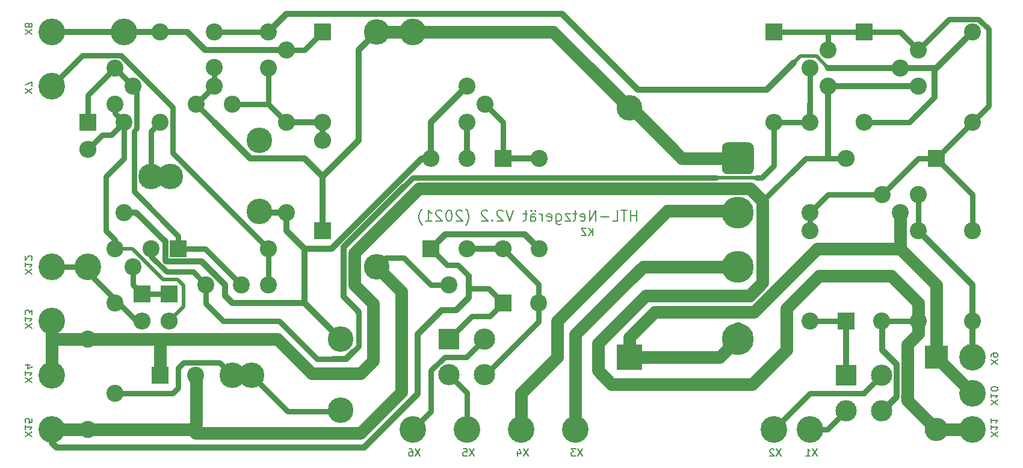
<source format=gbr>
G04 #@! TF.GenerationSoftware,KiCad,Pcbnew,5.1.9-73d0e3b20d~88~ubuntu20.04.1*
G04 #@! TF.CreationDate,2021-04-29T16:24:05+02:00*
G04 #@! TF.ProjectId,HTL Netzger_t,48544c20-4e65-4747-9a67-6572e4742e6b,V2.2*
G04 #@! TF.SameCoordinates,PX5f5e100PY5f5e100*
G04 #@! TF.FileFunction,Copper,L2,Bot*
G04 #@! TF.FilePolarity,Positive*
%FSLAX46Y46*%
G04 Gerber Fmt 4.6, Leading zero omitted, Abs format (unit mm)*
G04 Created by KiCad (PCBNEW 5.1.9-73d0e3b20d~88~ubuntu20.04.1) date 2021-04-29 16:24:05*
%MOMM*%
%LPD*%
G01*
G04 APERTURE LIST*
G04 #@! TA.AperFunction,NonConductor*
%ADD10C,0.200000*%
G04 #@! TD*
G04 #@! TA.AperFunction,ComponentPad*
%ADD11C,3.750000*%
G04 #@! TD*
G04 #@! TA.AperFunction,ComponentPad*
%ADD12O,2.400000X2.400000*%
G04 #@! TD*
G04 #@! TA.AperFunction,ComponentPad*
%ADD13R,2.400000X2.400000*%
G04 #@! TD*
G04 #@! TA.AperFunction,ComponentPad*
%ADD14C,2.400000*%
G04 #@! TD*
G04 #@! TA.AperFunction,ComponentPad*
%ADD15C,3.600000*%
G04 #@! TD*
G04 #@! TA.AperFunction,ComponentPad*
%ADD16R,3.600000X3.600000*%
G04 #@! TD*
G04 #@! TA.AperFunction,ComponentPad*
%ADD17O,3.600000X3.600000*%
G04 #@! TD*
G04 #@! TA.AperFunction,ComponentPad*
%ADD18C,4.500000*%
G04 #@! TD*
G04 #@! TA.AperFunction,ComponentPad*
%ADD19R,3.000000X3.000000*%
G04 #@! TD*
G04 #@! TA.AperFunction,ComponentPad*
%ADD20O,3.000000X3.000000*%
G04 #@! TD*
G04 #@! TA.AperFunction,ComponentPad*
%ADD21O,3.300000X3.300000*%
G04 #@! TD*
G04 #@! TA.AperFunction,ComponentPad*
%ADD22R,3.300000X3.300000*%
G04 #@! TD*
G04 #@! TA.AperFunction,Conductor*
%ADD23C,0.812800*%
G04 #@! TD*
G04 #@! TA.AperFunction,Conductor*
%ADD24C,0.800000*%
G04 #@! TD*
G04 #@! TA.AperFunction,Conductor*
%ADD25C,0.500000*%
G04 #@! TD*
G04 #@! TA.AperFunction,Conductor*
%ADD26C,1.778000*%
G04 #@! TD*
G04 #@! TA.AperFunction,Conductor*
%ADD27C,1.800000*%
G04 #@! TD*
G04 APERTURE END LIST*
D10*
X81165904Y32305620D02*
X81165904Y33305620D01*
X80594476Y32305620D02*
X81023047Y32877048D01*
X80594476Y33305620D02*
X81165904Y32734191D01*
X80261142Y33305620D02*
X79594476Y33305620D01*
X80261142Y32305620D01*
X79594476Y32305620D01*
X87396857Y34361429D02*
X87396857Y35861429D01*
X87396857Y35147143D02*
X86539714Y35147143D01*
X86539714Y34361429D02*
X86539714Y35861429D01*
X86039714Y35861429D02*
X85182571Y35861429D01*
X85611142Y34361429D02*
X85611142Y35861429D01*
X83968285Y34361429D02*
X84682571Y34361429D01*
X84682571Y35861429D01*
X83468285Y34932858D02*
X82325428Y34932858D01*
X81611142Y34361429D02*
X81611142Y35861429D01*
X80754000Y34361429D01*
X80754000Y35861429D01*
X79468285Y34432858D02*
X79611142Y34361429D01*
X79896857Y34361429D01*
X80039714Y34432858D01*
X80111142Y34575715D01*
X80111142Y35147143D01*
X80039714Y35290000D01*
X79896857Y35361429D01*
X79611142Y35361429D01*
X79468285Y35290000D01*
X79396857Y35147143D01*
X79396857Y35004286D01*
X80111142Y34861429D01*
X78968285Y35361429D02*
X78396857Y35361429D01*
X78754000Y35861429D02*
X78754000Y34575715D01*
X78682571Y34432858D01*
X78539714Y34361429D01*
X78396857Y34361429D01*
X78039714Y35361429D02*
X77254000Y35361429D01*
X78039714Y34361429D01*
X77254000Y34361429D01*
X76039714Y35361429D02*
X76039714Y34147143D01*
X76111142Y34004286D01*
X76182571Y33932858D01*
X76325428Y33861429D01*
X76539714Y33861429D01*
X76682571Y33932858D01*
X76039714Y34432858D02*
X76182571Y34361429D01*
X76468285Y34361429D01*
X76611142Y34432858D01*
X76682571Y34504286D01*
X76754000Y34647143D01*
X76754000Y35075715D01*
X76682571Y35218572D01*
X76611142Y35290000D01*
X76468285Y35361429D01*
X76182571Y35361429D01*
X76039714Y35290000D01*
X74754000Y34432858D02*
X74896857Y34361429D01*
X75182571Y34361429D01*
X75325428Y34432858D01*
X75396857Y34575715D01*
X75396857Y35147143D01*
X75325428Y35290000D01*
X75182571Y35361429D01*
X74896857Y35361429D01*
X74754000Y35290000D01*
X74682571Y35147143D01*
X74682571Y35004286D01*
X75396857Y34861429D01*
X74039714Y34361429D02*
X74039714Y35361429D01*
X74039714Y35075715D02*
X73968285Y35218572D01*
X73896857Y35290000D01*
X73754000Y35361429D01*
X73611142Y35361429D01*
X72468285Y34361429D02*
X72468285Y35147143D01*
X72539714Y35290000D01*
X72682571Y35361429D01*
X72968285Y35361429D01*
X73111142Y35290000D01*
X72468285Y34432858D02*
X72611142Y34361429D01*
X72968285Y34361429D01*
X73111142Y34432858D01*
X73182571Y34575715D01*
X73182571Y34718572D01*
X73111142Y34861429D01*
X72968285Y34932858D01*
X72611142Y34932858D01*
X72468285Y35004286D01*
X73111142Y35861429D02*
X73039714Y35790000D01*
X73111142Y35718572D01*
X73182571Y35790000D01*
X73111142Y35861429D01*
X73111142Y35718572D01*
X72539714Y35861429D02*
X72468285Y35790000D01*
X72539714Y35718572D01*
X72611142Y35790000D01*
X72539714Y35861429D01*
X72539714Y35718572D01*
X71968285Y35361429D02*
X71396857Y35361429D01*
X71754000Y35861429D02*
X71754000Y34575715D01*
X71682571Y34432858D01*
X71539714Y34361429D01*
X71396857Y34361429D01*
X69968285Y35861429D02*
X69468285Y34361429D01*
X68968285Y35861429D01*
X68539714Y35718572D02*
X68468285Y35790000D01*
X68325428Y35861429D01*
X67968285Y35861429D01*
X67825428Y35790000D01*
X67754000Y35718572D01*
X67682571Y35575715D01*
X67682571Y35432858D01*
X67754000Y35218572D01*
X68611142Y34361429D01*
X67682571Y34361429D01*
X67039714Y34504286D02*
X66968285Y34432858D01*
X67039714Y34361429D01*
X67111142Y34432858D01*
X67039714Y34504286D01*
X67039714Y34361429D01*
X66396857Y35718572D02*
X66325428Y35790000D01*
X66182571Y35861429D01*
X65825428Y35861429D01*
X65682571Y35790000D01*
X65611142Y35718572D01*
X65539714Y35575715D01*
X65539714Y35432858D01*
X65611142Y35218572D01*
X66468285Y34361429D01*
X65539714Y34361429D01*
X63325428Y33790000D02*
X63396857Y33861429D01*
X63539714Y34075715D01*
X63611142Y34218572D01*
X63682571Y34432858D01*
X63754000Y34790000D01*
X63754000Y35075715D01*
X63682571Y35432858D01*
X63611142Y35647143D01*
X63539714Y35790000D01*
X63396857Y36004286D01*
X63325428Y36075715D01*
X62825428Y35718572D02*
X62754000Y35790000D01*
X62611142Y35861429D01*
X62254000Y35861429D01*
X62111142Y35790000D01*
X62039714Y35718572D01*
X61968285Y35575715D01*
X61968285Y35432858D01*
X62039714Y35218572D01*
X62896857Y34361429D01*
X61968285Y34361429D01*
X61039714Y35861429D02*
X60896857Y35861429D01*
X60754000Y35790000D01*
X60682571Y35718572D01*
X60611142Y35575715D01*
X60539714Y35290000D01*
X60539714Y34932858D01*
X60611142Y34647143D01*
X60682571Y34504286D01*
X60754000Y34432858D01*
X60896857Y34361429D01*
X61039714Y34361429D01*
X61182571Y34432858D01*
X61254000Y34504286D01*
X61325428Y34647143D01*
X61396857Y34932858D01*
X61396857Y35290000D01*
X61325428Y35575715D01*
X61254000Y35718572D01*
X61182571Y35790000D01*
X61039714Y35861429D01*
X59968285Y35718572D02*
X59896857Y35790000D01*
X59754000Y35861429D01*
X59396857Y35861429D01*
X59254000Y35790000D01*
X59182571Y35718572D01*
X59111142Y35575715D01*
X59111142Y35432858D01*
X59182571Y35218572D01*
X60039714Y34361429D01*
X59111142Y34361429D01*
X57682571Y34361429D02*
X58539714Y34361429D01*
X58111142Y34361429D02*
X58111142Y35861429D01*
X58254000Y35647143D01*
X58396857Y35504286D01*
X58539714Y35432858D01*
X57182571Y33790000D02*
X57111142Y33861429D01*
X56968285Y34075715D01*
X56896857Y34218572D01*
X56825428Y34432858D01*
X56754000Y34790000D01*
X56754000Y35075715D01*
X56825428Y35432858D01*
X56896857Y35647143D01*
X56968285Y35790000D01*
X57111142Y36004286D01*
X57182571Y36075715D01*
X2316519Y4081458D02*
X1316519Y4748124D01*
X2316519Y4748124D02*
X1316519Y4081458D01*
X1316519Y5652886D02*
X1316519Y5081458D01*
X1316519Y5367172D02*
X2316519Y5367172D01*
X2173661Y5271934D01*
X2078423Y5176696D01*
X2030804Y5081458D01*
X2316519Y6557648D02*
X2316519Y6081458D01*
X1840328Y6033839D01*
X1887947Y6081458D01*
X1935566Y6176696D01*
X1935566Y6414791D01*
X1887947Y6510029D01*
X1840328Y6557648D01*
X1745090Y6605267D01*
X1506995Y6605267D01*
X1411757Y6557648D01*
X1364138Y6510029D01*
X1316519Y6414791D01*
X1316519Y6176696D01*
X1364138Y6081458D01*
X1411757Y6033839D01*
X2316519Y26941458D02*
X1316519Y27608124D01*
X2316519Y27608124D02*
X1316519Y26941458D01*
X1316519Y28512886D02*
X1316519Y27941458D01*
X1316519Y28227172D02*
X2316519Y28227172D01*
X2173661Y28131934D01*
X2078423Y28036696D01*
X2030804Y27941458D01*
X2221280Y28893839D02*
X2268900Y28941458D01*
X2316519Y29036696D01*
X2316519Y29274791D01*
X2268900Y29370029D01*
X2221280Y29417648D01*
X2126042Y29465267D01*
X2030804Y29465267D01*
X1887947Y29417648D01*
X1316519Y28846220D01*
X1316519Y29465267D01*
X2316519Y11701458D02*
X1316519Y12368124D01*
X2316519Y12368124D02*
X1316519Y11701458D01*
X1316519Y13272886D02*
X1316519Y12701458D01*
X1316519Y12987172D02*
X2316519Y12987172D01*
X2173661Y12891934D01*
X2078423Y12796696D01*
X2030804Y12701458D01*
X1983185Y14130029D02*
X1316519Y14130029D01*
X2364138Y13891934D02*
X1649852Y13653839D01*
X1649852Y14272886D01*
X2316519Y19321458D02*
X1316519Y19988124D01*
X2316519Y19988124D02*
X1316519Y19321458D01*
X1316519Y20892886D02*
X1316519Y20321458D01*
X1316519Y20607172D02*
X2316519Y20607172D01*
X2173661Y20511934D01*
X2078423Y20416696D01*
X2030804Y20321458D01*
X2316519Y21226220D02*
X2316519Y21845267D01*
X1935566Y21511934D01*
X1935566Y21654791D01*
X1887947Y21750029D01*
X1840328Y21797648D01*
X1745090Y21845267D01*
X1506995Y21845267D01*
X1411757Y21797648D01*
X1364138Y21750029D01*
X1316519Y21654791D01*
X1316519Y21369077D01*
X1364138Y21273839D01*
X1411757Y21226220D01*
X2316519Y52341458D02*
X1316519Y53008124D01*
X2316519Y53008124D02*
X1316519Y52341458D01*
X2316519Y53293839D02*
X2316519Y53960505D01*
X1316519Y53531934D01*
X2316519Y60596458D02*
X1316519Y61263124D01*
X2316519Y61263124D02*
X1316519Y60596458D01*
X1887947Y61786934D02*
X1935566Y61691696D01*
X1983185Y61644077D01*
X2078423Y61596458D01*
X2126042Y61596458D01*
X2221280Y61644077D01*
X2268900Y61691696D01*
X2316519Y61786934D01*
X2316519Y61977410D01*
X2268900Y62072648D01*
X2221280Y62120267D01*
X2126042Y62167886D01*
X2078423Y62167886D01*
X1983185Y62120267D01*
X1935566Y62072648D01*
X1887947Y61977410D01*
X1887947Y61786934D01*
X1840328Y61691696D01*
X1792709Y61644077D01*
X1697471Y61596458D01*
X1506995Y61596458D01*
X1411757Y61644077D01*
X1364138Y61691696D01*
X1316519Y61786934D01*
X1316519Y61977410D01*
X1364138Y62072648D01*
X1411757Y62120267D01*
X1506995Y62167886D01*
X1697471Y62167886D01*
X1792709Y62120267D01*
X1840328Y62072648D01*
X1887947Y61977410D01*
X56876042Y2316220D02*
X56209376Y1316220D01*
X56209376Y2316220D02*
X56876042Y1316220D01*
X55399852Y2316220D02*
X55590328Y2316220D01*
X55685566Y2268600D01*
X55733185Y2220981D01*
X55828423Y2078124D01*
X55876042Y1887648D01*
X55876042Y1506696D01*
X55828423Y1411458D01*
X55780804Y1363839D01*
X55685566Y1316220D01*
X55495090Y1316220D01*
X55399852Y1363839D01*
X55352233Y1411458D01*
X55304614Y1506696D01*
X55304614Y1744791D01*
X55352233Y1840029D01*
X55399852Y1887648D01*
X55495090Y1935267D01*
X55685566Y1935267D01*
X55780804Y1887648D01*
X55828423Y1840029D01*
X55876042Y1744791D01*
X64497142Y2317620D02*
X63830476Y1317620D01*
X63830476Y2317620D02*
X64497142Y1317620D01*
X62973333Y2317620D02*
X63449523Y2317620D01*
X63497142Y1841429D01*
X63449523Y1889048D01*
X63354285Y1936667D01*
X63116190Y1936667D01*
X63020952Y1889048D01*
X62973333Y1841429D01*
X62925714Y1746191D01*
X62925714Y1508096D01*
X62973333Y1412858D01*
X63020952Y1365239D01*
X63116190Y1317620D01*
X63354285Y1317620D01*
X63449523Y1365239D01*
X63497142Y1412858D01*
X72117142Y2317620D02*
X71450476Y1317620D01*
X71450476Y2317620D02*
X72117142Y1317620D01*
X70640952Y1984286D02*
X70640952Y1317620D01*
X70879047Y2365239D02*
X71117142Y1650953D01*
X70498095Y1650953D01*
X79736042Y2316220D02*
X79069376Y1316220D01*
X79069376Y2316220D02*
X79736042Y1316220D01*
X78783661Y2316220D02*
X78164614Y2316220D01*
X78497947Y1935267D01*
X78355090Y1935267D01*
X78259852Y1887648D01*
X78212233Y1840029D01*
X78164614Y1744791D01*
X78164614Y1506696D01*
X78212233Y1411458D01*
X78259852Y1363839D01*
X78355090Y1316220D01*
X78640804Y1316220D01*
X78736042Y1363839D01*
X78783661Y1411458D01*
X107677142Y2317620D02*
X107010476Y1317620D01*
X107010476Y2317620D02*
X107677142Y1317620D01*
X106677142Y2222381D02*
X106629523Y2270000D01*
X106534285Y2317620D01*
X106296190Y2317620D01*
X106200952Y2270000D01*
X106153333Y2222381D01*
X106105714Y2127143D01*
X106105714Y2031905D01*
X106153333Y1889048D01*
X106724761Y1317620D01*
X106105714Y1317620D01*
X112757142Y2317620D02*
X112090476Y1317620D01*
X112090476Y2317620D02*
X112757142Y1317620D01*
X111185714Y1317620D02*
X111757142Y1317620D01*
X111471428Y1317620D02*
X111471428Y2317620D01*
X111566666Y2174762D01*
X111661904Y2079524D01*
X111757142Y2031905D01*
X138206519Y4081458D02*
X137206519Y4748124D01*
X138206519Y4748124D02*
X137206519Y4081458D01*
X137206519Y5652886D02*
X137206519Y5081458D01*
X137206519Y5367172D02*
X138206519Y5367172D01*
X138063661Y5271934D01*
X137968423Y5176696D01*
X137920804Y5081458D01*
X137206519Y6605267D02*
X137206519Y6033839D01*
X137206519Y6319553D02*
X138206519Y6319553D01*
X138063661Y6224315D01*
X137968423Y6129077D01*
X137920804Y6033839D01*
X138206519Y8526458D02*
X137206519Y9193124D01*
X138206519Y9193124D02*
X137206519Y8526458D01*
X137206519Y10097886D02*
X137206519Y9526458D01*
X137206519Y9812172D02*
X138206519Y9812172D01*
X138063661Y9716934D01*
X137968423Y9621696D01*
X137920804Y9526458D01*
X138206519Y10716934D02*
X138206519Y10812172D01*
X138158900Y10907410D01*
X138111280Y10955029D01*
X138016042Y11002648D01*
X137825566Y11050267D01*
X137587471Y11050267D01*
X137396995Y11002648D01*
X137301757Y10955029D01*
X137254138Y10907410D01*
X137206519Y10812172D01*
X137206519Y10716934D01*
X137254138Y10621696D01*
X137301757Y10574077D01*
X137396995Y10526458D01*
X137587471Y10478839D01*
X137825566Y10478839D01*
X138016042Y10526458D01*
X138111280Y10574077D01*
X138158900Y10621696D01*
X138206519Y10716934D01*
X138206519Y14241458D02*
X137206519Y14908124D01*
X138206519Y14908124D02*
X137206519Y14241458D01*
X137206519Y15336696D02*
X137206519Y15527172D01*
X137254138Y15622410D01*
X137301757Y15670029D01*
X137444614Y15765267D01*
X137635090Y15812886D01*
X138016042Y15812886D01*
X138111280Y15765267D01*
X138158900Y15717648D01*
X138206519Y15622410D01*
X138206519Y15431934D01*
X138158900Y15336696D01*
X138111280Y15289077D01*
X138016042Y15241458D01*
X137777947Y15241458D01*
X137682709Y15289077D01*
X137635090Y15336696D01*
X137587471Y15431934D01*
X137587471Y15622410D01*
X137635090Y15717648D01*
X137682709Y15765267D01*
X137777947Y15812886D01*
D11*
X10160000Y27940000D03*
X15240000Y60960000D03*
X55880000Y60960000D03*
X5078900Y5078600D03*
X5078900Y12698600D03*
X5078900Y20318600D03*
X5078900Y27938600D03*
X134618900Y5078600D03*
X134618900Y10158600D03*
X134618900Y15238600D03*
X5078900Y60958600D03*
X5080000Y53340000D03*
X55878900Y5078600D03*
X63498900Y5078600D03*
X71118900Y5078600D03*
X78738900Y5078600D03*
X106678900Y5078600D03*
X111758900Y5078600D03*
D12*
X17780000Y20320000D03*
D13*
X17780000Y24130000D03*
D12*
X10158900Y44450000D03*
D13*
X10158900Y48260000D03*
D12*
X21590000Y20320000D03*
D13*
X21590000Y24130000D03*
X106680000Y60960000D03*
D12*
X106680000Y48260000D03*
D13*
X129540000Y43180000D03*
D12*
X116840000Y43180000D03*
D13*
X119380000Y60960000D03*
D12*
X119380000Y48260000D03*
D13*
X22860000Y30480000D03*
D12*
X35560000Y30480000D03*
D13*
X43178900Y33018600D03*
D12*
X43178900Y45718600D03*
D13*
X43178900Y60958600D03*
D12*
X43178900Y48258600D03*
D13*
X68578900Y43178600D03*
D12*
X68578900Y30478600D03*
D13*
X58418900Y30478600D03*
D12*
X58418900Y43178600D03*
D13*
X116838900Y20318600D03*
D14*
X121838900Y20318600D03*
D13*
X68578900Y22858600D03*
D14*
X73578900Y22858600D03*
D15*
X19050000Y40640000D03*
X34290000Y35720000D03*
X21790000Y40640000D03*
X34290000Y45720000D03*
X30478900Y12700000D03*
X45718900Y7780000D03*
X33218900Y12700000D03*
X45718900Y17780000D03*
D16*
X86358900Y15238600D03*
D17*
X86358900Y50238600D03*
G04 #@! TA.AperFunction,ComponentPad*
G36*
G01*
X100154400Y45428600D02*
X103043400Y45428600D01*
G75*
G02*
X103848900Y44623100I0J-805500D01*
G01*
X103848900Y41734100D01*
G75*
G02*
X103043400Y40928600I-805500J0D01*
G01*
X100154400Y40928600D01*
G75*
G02*
X99348900Y41734100I0J805500D01*
G01*
X99348900Y44623100D01*
G75*
G02*
X100154400Y45428600I805500J0D01*
G01*
G37*
G04 #@! TD.AperFunction*
D18*
X101598900Y35558600D03*
X101598900Y27938600D03*
X101598900Y17778600D03*
D19*
X116840000Y12700000D03*
D20*
X121840000Y7700000D03*
X116840000Y7700000D03*
X121840000Y12700000D03*
D19*
X60958900Y17780000D03*
D20*
X65958900Y12780000D03*
X60958900Y12780000D03*
X65958900Y17780000D03*
D14*
X16510000Y53340000D03*
X13970000Y50800000D03*
X13970000Y55880000D03*
X134618900Y33018600D03*
X134618900Y20318600D03*
X134620000Y48260000D03*
X134620000Y60960000D03*
X127000000Y33018600D03*
X127000000Y20318600D03*
X111760000Y35560000D03*
X111760000Y48260000D03*
X111760000Y33020000D03*
X111760000Y20320000D03*
X73658900Y30478600D03*
X73658900Y43178600D03*
X63498900Y43178600D03*
X63498900Y30478600D03*
X38098900Y48258600D03*
X38098900Y35558600D03*
X20318900Y60958600D03*
X20318900Y48258600D03*
X15238900Y48258600D03*
X15238900Y35558600D03*
X13968900Y22858600D03*
X13968900Y10158600D03*
X10158900Y17778600D03*
X10158900Y5078600D03*
X60960000Y25400000D03*
X35560000Y25400000D03*
D17*
X50798900Y27940000D03*
D15*
X50798900Y60960000D03*
D21*
X129540000Y5080000D03*
D22*
X129540000Y15240000D03*
D14*
X27938900Y60958600D03*
X27938900Y55958600D03*
X26750000Y25400000D03*
X31750000Y25400000D03*
X27938900Y53338600D03*
X30478900Y50798600D03*
X25398900Y50798600D03*
X124460000Y35560000D03*
X121920000Y38100000D03*
X127000000Y38100000D03*
X124458900Y55878600D03*
X126998900Y58418600D03*
X126998900Y53338600D03*
X111760000Y55880000D03*
X114300000Y58420000D03*
X114300000Y53340000D03*
X66038900Y50798600D03*
X63498900Y48258600D03*
X63498900Y53338600D03*
X38098900Y58418600D03*
X35558900Y55878600D03*
X35558900Y60958600D03*
X16510000Y27938600D03*
X13970000Y30478600D03*
X19050000Y30478600D03*
X25320000Y12700000D03*
D13*
X20320000Y12700000D03*
D23*
X134620000Y15240000D02*
X134620000Y25400000D01*
X134620000Y25400000D02*
X127000000Y33020000D01*
D24*
X127000000Y38100000D02*
X127000000Y33018600D01*
X27938900Y60958600D02*
X35558900Y60958600D01*
D23*
X116978900Y55878600D02*
X121920000Y55880000D01*
X116793163Y55878600D02*
X116978900Y55878600D01*
D24*
X121920000Y48260000D02*
X125733092Y48260000D01*
X121920000Y48260000D02*
X119380000Y48260000D01*
D23*
X116793163Y55878600D02*
X114301400Y55878600D01*
D25*
X112649999Y57530001D02*
X110362001Y57530001D01*
X114301400Y55878600D02*
X112649999Y57530001D01*
X110362001Y57530001D02*
X109474000Y56642000D01*
D23*
X129286000Y51816000D02*
X129287546Y51814454D01*
X129286000Y55880000D02*
X129286000Y51816000D01*
D24*
X125733092Y48260000D02*
X129287546Y51814454D01*
D23*
X121920000Y55880000D02*
X129286000Y55880000D01*
X129540000Y55880000D02*
X134620000Y60960000D01*
X129286000Y55880000D02*
X129540000Y55880000D01*
X87503000Y52832000D02*
X105664000Y52832000D01*
X105664000Y52832000D02*
X109474000Y56642000D01*
X76835000Y63500000D02*
X87503000Y52832000D01*
X38100300Y63500000D02*
X76835000Y63500000D01*
X35558900Y60958600D02*
X38100300Y63500000D01*
D26*
X5080000Y5080000D02*
X22860000Y5080000D01*
D27*
X25318900Y5633600D02*
X24765300Y5080000D01*
D26*
X22860000Y5080000D02*
X24765300Y5080000D01*
D24*
X52068900Y29208600D02*
X50798900Y27938600D01*
X54608900Y29208600D02*
X52068900Y29208600D01*
X58418900Y25398600D02*
X54608900Y29208600D01*
X60958900Y17780000D02*
X60960000Y17780000D01*
X64134850Y20954850D02*
X66675150Y20954850D01*
X60960000Y17780000D02*
X64134850Y20954850D01*
X66675150Y20954850D02*
X68578900Y22858600D01*
X62228450Y28192750D02*
X63752600Y26668600D01*
X60704750Y28192750D02*
X62228450Y28192750D01*
X58418900Y30478600D02*
X60704750Y28192750D01*
X63752600Y25147400D02*
X63752600Y26668600D01*
X64008000Y24892000D02*
X63752600Y25147400D01*
X66545500Y24892000D02*
X64008000Y24892000D01*
X68578900Y22858600D02*
X66545500Y24892000D01*
X60958600Y25398600D02*
X60960000Y25400000D01*
X58418900Y25398600D02*
X60958600Y25398600D01*
D26*
X25400000Y12620000D02*
X25320000Y12700000D01*
X25400000Y5714700D02*
X25400000Y12620000D01*
X24765300Y5080000D02*
X25400000Y5714700D01*
D23*
X5080000Y3172500D02*
X5080000Y5080000D01*
X56515000Y10033000D02*
X49020600Y2538600D01*
X61976000Y21844000D02*
X59944000Y21844000D01*
X63752600Y23620600D02*
X61976000Y21844000D01*
X56515000Y18415000D02*
X56515000Y10033000D01*
X49020600Y2538600D02*
X5713900Y2538600D01*
X63752600Y26668600D02*
X63752600Y23620600D01*
X59944000Y21844000D02*
X56515000Y18415000D01*
X5713900Y2538600D02*
X5080000Y3172500D01*
D26*
X54292500Y24445000D02*
X50798900Y27938600D01*
X54292500Y10350500D02*
X54292500Y24445000D01*
X48514000Y4572000D02*
X54292500Y10350500D01*
X25273300Y4572000D02*
X48514000Y4572000D01*
X24765300Y5080000D02*
X25273300Y4572000D01*
D23*
X60452000Y32512000D02*
X58420000Y30480000D01*
X71628000Y32512000D02*
X60452000Y32512000D01*
X73660000Y30480000D02*
X71628000Y32512000D01*
D26*
X5080000Y12700000D02*
X5080000Y17780000D01*
X5080000Y17780000D02*
X5080000Y20320000D01*
D23*
X116840000Y53340000D02*
X127000000Y53340000D01*
D26*
X5081400Y17778600D02*
X5080000Y17780000D01*
X10158900Y17778600D02*
X5081400Y17778600D01*
X127000000Y7620000D02*
X129540000Y5080000D01*
X134617500Y5080000D02*
X134618900Y5078600D01*
X129540000Y5080000D02*
X134617500Y5080000D01*
X125984000Y8636000D02*
X127000000Y7620000D01*
X125476000Y9144000D02*
X125984000Y8636000D01*
D23*
X127000000Y7620000D02*
X125476000Y9144000D01*
X116840000Y53340000D02*
X114300000Y53340000D01*
D27*
X127000000Y22860000D02*
X127000000Y20318600D01*
X123190000Y26670000D02*
X127000000Y22860000D01*
X117094000Y26670000D02*
X123190000Y26670000D01*
X117092600Y26668600D02*
X117094000Y26670000D01*
X113028900Y26668600D02*
X117092600Y26668600D01*
D23*
X125476000Y9144000D02*
X124968000Y9652000D01*
D24*
X121838900Y20318600D02*
X127000000Y20318600D01*
D26*
X127000000Y18542000D02*
X125476000Y17018000D01*
X125476000Y17018000D02*
X125476000Y9144000D01*
X127000000Y20320000D02*
X127000000Y18542000D01*
X112310999Y25950699D02*
X113028900Y26668600D01*
X108458000Y22097700D02*
X112310999Y25950699D01*
X81915000Y17145000D02*
X81915000Y13335000D01*
X88646000Y23876000D02*
X81915000Y17145000D01*
X108458000Y16256000D02*
X108458000Y22097700D01*
X103251300Y23876000D02*
X88646000Y23876000D01*
X103632000Y11430000D02*
X108458000Y16256000D01*
X81915000Y13335000D02*
X83820000Y11430000D01*
X105092500Y25717200D02*
X103251300Y23876000D01*
X83820000Y11430000D02*
X103632000Y11430000D01*
X105092500Y37147200D02*
X105092500Y25717200D01*
D24*
X111125300Y43180000D02*
X105092500Y37147200D01*
D23*
X114300000Y53340000D02*
X114300000Y43180000D01*
D24*
X114300000Y43180000D02*
X111125300Y43180000D01*
X116840000Y43180000D02*
X114300000Y43180000D01*
D27*
X5080300Y12700000D02*
X5078900Y12698600D01*
X20320000Y12700000D02*
X20320000Y17777200D01*
D26*
X20318600Y17778600D02*
X10158900Y17778600D01*
D27*
X20320000Y17777200D02*
X20318600Y17778600D01*
D26*
X36831400Y17778600D02*
X20318600Y17778600D01*
X41656000Y12954000D02*
X36831400Y17778600D01*
X48514000Y12954000D02*
X41656000Y12954000D01*
X50292000Y14732000D02*
X48514000Y12954000D01*
X50292000Y22732700D02*
X50292000Y14732000D01*
X47623900Y25400800D02*
X50292000Y22732700D01*
X49847500Y32067200D02*
X47623900Y29843600D01*
X49847500Y32067500D02*
X49847500Y32067200D01*
X56677601Y38897601D02*
X49847500Y32067500D01*
X47623900Y29843600D02*
X47623900Y25400800D01*
X103342099Y38897601D02*
X56677601Y38897601D01*
X105092500Y37147200D02*
X103342099Y38897601D01*
D23*
X123952000Y14224000D02*
X121920000Y16256000D01*
X121920000Y16256000D02*
X121920000Y20320000D01*
X123952000Y9652000D02*
X123952000Y14224000D01*
X121920000Y7620000D02*
X123952000Y9652000D01*
X111760000Y50800000D02*
X111760000Y48260000D01*
D24*
X19050000Y30478600D02*
X19050000Y29885000D01*
X106680000Y48260000D02*
X111760000Y48260000D01*
X111758900Y55878900D02*
X111760000Y55880000D01*
X111758900Y50798600D02*
X111758900Y55878900D01*
X26750000Y22780000D02*
X29210000Y20320000D01*
X26750000Y25400000D02*
X26750000Y22780000D01*
D23*
X47503973Y16003599D02*
X46486374Y14986000D01*
D24*
X35306000Y20320000D02*
X37084000Y20320000D01*
X29210000Y20320000D02*
X35306000Y20320000D01*
X37084000Y20320000D02*
X42418000Y14986000D01*
D23*
X46486374Y14986000D02*
X44704000Y14986000D01*
D24*
X46476902Y14986000D02*
X48258900Y16767998D01*
X43180000Y14986000D02*
X46476902Y14986000D01*
X42418000Y14986000D02*
X43180000Y14986000D01*
X48258900Y16767998D02*
X48258900Y21588600D01*
X43180000Y14986000D02*
X44704000Y14986000D01*
D25*
X98552000Y40478590D02*
X104232590Y40478590D01*
D24*
X104994590Y40478590D02*
X104232590Y40478590D01*
X106680000Y42164000D02*
X104994590Y40478590D01*
X106680000Y48260000D02*
X106680000Y42164000D01*
X24933688Y27216312D02*
X26750000Y25400000D01*
X21208886Y27216312D02*
X24933688Y27216312D01*
X19050000Y30478600D02*
X19050000Y29375198D01*
X19050000Y29375198D02*
X21208886Y27216312D01*
D23*
X48258900Y21588600D02*
X46096711Y23750789D01*
X46096711Y23750789D02*
X46096711Y30694380D01*
X46096711Y30694380D02*
X54610000Y39207669D01*
D24*
X55880921Y40478590D02*
X54610000Y39207669D01*
X57496590Y40478590D02*
X55880921Y40478590D01*
X98552000Y40478590D02*
X57496590Y40478590D01*
D23*
X33020000Y35560000D02*
X38100000Y35560000D01*
X33020000Y35560000D02*
X38100000Y35560000D01*
X38100000Y35560000D02*
X38100000Y33020000D01*
X38100000Y33020000D02*
X39370000Y31750000D01*
X40640000Y22860000D02*
X40640000Y30477500D01*
X40640000Y30477500D02*
X38098900Y33018600D01*
X38098900Y33018600D02*
X39370000Y31750000D01*
X45718900Y17781100D02*
X45718900Y17780000D01*
X40640000Y22860000D02*
X45718900Y17781100D01*
X15238900Y35558600D02*
X16935956Y35558600D01*
X29464000Y25359474D02*
X29464000Y23876000D01*
X21174879Y28673599D02*
X26149875Y28673599D01*
X30480000Y22860000D02*
X34585805Y22860000D01*
X34585805Y22860000D02*
X40640000Y22860000D01*
X29464000Y23876000D02*
X30480000Y22860000D01*
X21053599Y31440957D02*
X21053599Y28794879D01*
X26149875Y28673599D02*
X29464000Y25359474D01*
X21053599Y28794879D02*
X21174879Y28673599D01*
X16935956Y35558600D02*
X21053599Y31440957D01*
X58420000Y48260000D02*
X63500000Y53340000D01*
X58420000Y43180000D02*
X58420000Y48260000D01*
X57150000Y43180000D02*
X58420000Y43180000D01*
X44447500Y30477500D02*
X57150000Y43180000D01*
X40640000Y30477500D02*
X44447500Y30477500D01*
X68580000Y43180000D02*
X73660000Y43180000D01*
D24*
X66038900Y50798600D02*
X68578900Y48258600D01*
X68578900Y48258600D02*
X68578900Y43178600D01*
D23*
X43180000Y48260000D02*
X43180000Y45720000D01*
X38100000Y48260000D02*
X43180000Y48260000D01*
D24*
X35558900Y50798600D02*
X38098900Y48258600D01*
X30478900Y50798600D02*
X35558900Y50798600D01*
X35558900Y55878600D02*
X35558900Y50798600D01*
X63418900Y15240000D02*
X65958900Y17780000D01*
X55878900Y5078600D02*
X58420000Y7619700D01*
X58420000Y13335000D02*
X60325000Y15240000D01*
X58420000Y7619700D02*
X58420000Y13335000D01*
X60325000Y15240000D02*
X63418900Y15240000D01*
X106678900Y5078600D02*
X111758900Y10158600D01*
X111758900Y10158600D02*
X119378900Y10158600D01*
X119378900Y10238600D02*
X121838900Y12698600D01*
X119378900Y10158600D02*
X119378900Y10238600D01*
D26*
X78740000Y18415000D02*
X78738900Y5078600D01*
D27*
X88263600Y27938600D02*
X86296500Y25971500D01*
X101598900Y27938600D02*
X88263600Y27938600D01*
D26*
X86296500Y25971500D02*
X78740000Y18415000D01*
D23*
X63500000Y43180000D02*
X63500000Y48260000D01*
X68580000Y30480000D02*
X63500000Y30480000D01*
D24*
X73578900Y25478600D02*
X68578900Y30478600D01*
X73578900Y22858600D02*
X73578900Y25478600D01*
X73578900Y20238900D02*
X73578900Y22858600D01*
X66120000Y12780000D02*
X73578900Y20238900D01*
X65958900Y12780000D02*
X66120000Y12780000D01*
D26*
X129540000Y15237500D02*
X134618900Y10158600D01*
X129540000Y15240000D02*
X129540000Y15237500D01*
D27*
X99058900Y15238600D02*
X101598900Y17778600D01*
X86358900Y15238600D02*
X99058900Y15238600D01*
X101598900Y17778600D02*
X101598900Y17778900D01*
D26*
X124458900Y35561100D02*
X124458900Y30481100D01*
X124458900Y30481100D02*
X129540000Y25400000D01*
X129540000Y25400000D02*
X129540000Y15240000D01*
X101598900Y19302900D02*
X101598900Y17778600D01*
X89916000Y21590000D02*
X86360000Y18034000D01*
X86360000Y15239700D02*
X86358900Y15238600D01*
X86360000Y18034000D02*
X86360000Y15239700D01*
X103886000Y21590000D02*
X89916000Y21590000D01*
X112777100Y30481100D02*
X103886000Y21590000D01*
X124458900Y30481100D02*
X112777100Y30481100D01*
D23*
X116840000Y12700000D02*
X116840000Y20320000D01*
D24*
X111761400Y20318600D02*
X111760000Y20320000D01*
X116838900Y20318600D02*
X111761400Y20318600D01*
D26*
X71120000Y5080000D02*
X71120000Y10160000D01*
X71120000Y10160000D02*
X76200000Y15240000D01*
X76200000Y15240000D02*
X76200000Y20320000D01*
X76200000Y20320000D02*
X91440000Y35560000D01*
D23*
X101409400Y35560000D02*
X101600000Y35750600D01*
D27*
X91658600Y35778600D02*
X91440000Y35560000D01*
X101598900Y35778600D02*
X91658600Y35778600D01*
D24*
X63498900Y10240000D02*
X60958900Y12780000D01*
X63498900Y5078600D02*
X63498900Y10240000D01*
X114218900Y5078600D02*
X116838900Y7698600D01*
X111758900Y5078600D02*
X114218900Y5078600D01*
D23*
X13970000Y10160000D02*
X13970300Y10160000D01*
D24*
X30478900Y12700000D02*
X33218900Y12700000D01*
X45558900Y7620000D02*
X45718900Y7780000D01*
X38298900Y7620000D02*
X45558900Y7620000D01*
X33218900Y12700000D02*
X38298900Y7620000D01*
X28678899Y14500001D02*
X30478900Y12700000D01*
X23644001Y14500001D02*
X28678899Y14500001D01*
X22860000Y13716000D02*
X23644001Y14500001D01*
X22860000Y10922000D02*
X22860000Y13716000D01*
X22096600Y10158600D02*
X22860000Y10922000D01*
X13968900Y10158600D02*
X22096600Y10158600D01*
X20318900Y48258600D02*
X19050000Y46989700D01*
X19050000Y46989700D02*
X19050000Y40640000D01*
X19130000Y40720000D02*
X19050000Y40640000D01*
X21790000Y40720000D02*
X19130000Y40720000D01*
X16510000Y53340000D02*
X13970000Y55880000D01*
X26670000Y30480000D02*
X31750000Y25400000D01*
X22860000Y30480000D02*
X26670000Y30480000D01*
X22860000Y30480000D02*
X22860000Y32258000D01*
X17038901Y52811099D02*
X16510000Y53340000D01*
X17038901Y47394599D02*
X17038901Y52811099D01*
X16649999Y47005697D02*
X17038901Y47394599D01*
X16649999Y38468001D02*
X16649999Y47005697D01*
X22860000Y32258000D02*
X16649999Y38468001D01*
X10158900Y50798600D02*
X10158900Y48260000D01*
X10158900Y52068900D02*
X10158900Y50798600D01*
X13970000Y55880000D02*
X10158900Y52068900D01*
D23*
X43180000Y40640000D02*
X43180000Y35560000D01*
X43180000Y35560000D02*
X43178900Y35558900D01*
X43178900Y35558900D02*
X43178900Y33018600D01*
D24*
X27938900Y55958600D02*
X27938900Y53338600D01*
X27938900Y53338600D02*
X25398900Y50798600D01*
D23*
X48260000Y48257500D02*
X48258900Y48258600D01*
X43180300Y40640000D02*
X48260000Y45719700D01*
X48260000Y45719700D02*
X48260000Y48257500D01*
X43180000Y40640000D02*
X43180300Y40640000D01*
D24*
X25398900Y50798600D02*
X27938900Y48258600D01*
D23*
X40641400Y43178600D02*
X43180000Y40640000D01*
D27*
X79448900Y57148600D02*
X86358900Y50238600D01*
X75637500Y60960000D02*
X79448900Y57148600D01*
X50798900Y60960000D02*
X75637500Y60960000D01*
D23*
X48260000Y58421100D02*
X50798900Y60960000D01*
X48260000Y48257500D02*
X48260000Y58421100D01*
D27*
X93727400Y43178600D02*
X101598900Y43178600D01*
X86667400Y50238600D02*
X93727400Y43178600D01*
X86358900Y50238600D02*
X86667400Y50238600D01*
D23*
X33018900Y43178600D02*
X27938900Y48258600D01*
X33021400Y43178600D02*
X33018900Y43178600D01*
X33021400Y43178600D02*
X40641400Y43178600D01*
D24*
X10158600Y27938600D02*
X10160000Y27940000D01*
X5078900Y27938600D02*
X10158600Y27938600D01*
X10160000Y27178000D02*
X10160000Y27940000D01*
X13968900Y23369100D02*
X10160000Y27178000D01*
X13968900Y22858600D02*
X13968900Y23369100D01*
X14479400Y22858600D02*
X13968900Y22858600D01*
X17018000Y20320000D02*
X14479400Y22858600D01*
X17780000Y20320000D02*
X17018000Y20320000D01*
X40638600Y58418600D02*
X43180000Y60960000D01*
D23*
X26668900Y58418600D02*
X28750374Y58418600D01*
X20318900Y60958600D02*
X24128900Y60958600D01*
X24128900Y60958600D02*
X26668900Y58418600D01*
X28750374Y58418600D02*
X38098900Y58418600D01*
D24*
X40638600Y58418600D02*
X38098900Y58418600D01*
D23*
X5078600Y60958600D02*
X5080000Y60960000D01*
X20318900Y60958600D02*
X5078600Y60958600D01*
D24*
X13970000Y49527500D02*
X15238900Y48258600D01*
X13970000Y50800000D02*
X13970000Y49527500D01*
X15237800Y45720000D02*
X15238900Y45721100D01*
X15238900Y48258600D02*
X15238900Y45721100D01*
X12700000Y40639700D02*
X15238900Y43178600D01*
X15238900Y43178600D02*
X15238900Y45721100D01*
X12700000Y33017500D02*
X12700000Y40639700D01*
X13970000Y31747500D02*
X12700000Y33017500D01*
X13970000Y30478600D02*
X13970000Y31747500D01*
D25*
X23622000Y22352000D02*
X21590000Y20320000D01*
X23622000Y25308002D02*
X23622000Y22352000D01*
X22768002Y26162000D02*
X23622000Y25308002D01*
X20728602Y26162000D02*
X22768002Y26162000D01*
X16412002Y30478600D02*
X20728602Y26162000D01*
X13970000Y30478600D02*
X16412002Y30478600D01*
D24*
X13462300Y46482000D02*
X15238900Y48258600D01*
X12190900Y46482000D02*
X13462300Y46482000D01*
X10158900Y44450000D02*
X12190900Y46482000D01*
X16510000Y25400000D02*
X17780000Y24130000D01*
X16510000Y27938600D02*
X16510000Y25400000D01*
X17780000Y24130000D02*
X21590000Y24130000D01*
X9420001Y57680001D02*
X5080000Y53340000D01*
X14834001Y57680001D02*
X9420001Y57680001D01*
X22118901Y50395101D02*
X14834001Y57680001D01*
X22118901Y43921099D02*
X22118901Y50395101D01*
X35560000Y30480000D02*
X22118901Y43921099D01*
X35560000Y25400000D02*
X35560000Y30480000D01*
X124457500Y60960000D02*
X126998900Y58418600D01*
X119380000Y60960000D02*
X124457500Y60960000D01*
X135484001Y62760001D02*
X136906000Y61338002D01*
X131340301Y62760001D02*
X135484001Y62760001D01*
X126998900Y58418600D02*
X131340301Y62760001D01*
X136906000Y50546000D02*
X134620000Y48260000D01*
X136906000Y61338002D02*
X136906000Y50546000D01*
X134618900Y38101100D02*
X129540000Y43180000D01*
X134618900Y33018600D02*
X134618900Y38101100D01*
X134620000Y48260000D02*
X129540000Y43180000D01*
X114300000Y38100000D02*
X111760000Y35560000D01*
X121920000Y38100000D02*
X114300000Y38100000D01*
X111760000Y35560000D02*
X111760000Y33020000D01*
X114300000Y58420000D02*
X114300000Y60960000D01*
X114300000Y60960000D02*
X119380000Y60960000D01*
X106680000Y60960000D02*
X114300000Y60960000D01*
X127000000Y43180000D02*
X129540000Y43180000D01*
X121920000Y38100000D02*
X127000000Y43180000D01*
M02*

</source>
